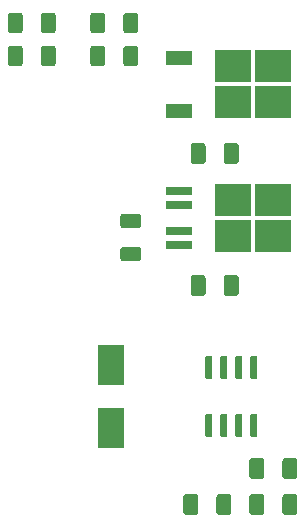
<source format=gbr>
G04 #@! TF.GenerationSoftware,KiCad,Pcbnew,5.1.5-1.fc30*
G04 #@! TF.CreationDate,2020-12-14T14:28:46-06:00*
G04 #@! TF.ProjectId,auxiliary_power,61757869-6c69-4617-9279-5f706f776572,rev?*
G04 #@! TF.SameCoordinates,Original*
G04 #@! TF.FileFunction,Paste,Bot*
G04 #@! TF.FilePolarity,Positive*
%FSLAX46Y46*%
G04 Gerber Fmt 4.6, Leading zero omitted, Abs format (unit mm)*
G04 Created by KiCad (PCBNEW 5.1.5-1.fc30) date 2020-12-14 14:28:46*
%MOMM*%
%LPD*%
G04 APERTURE LIST*
%ADD10R,3.050000X2.750000*%
%ADD11R,2.200000X0.800000*%
%ADD12C,0.100000*%
%ADD13R,2.200000X1.200000*%
%ADD14R,2.300000X3.500000*%
G04 APERTURE END LIST*
D10*
X111559000Y-89283000D03*
X114909000Y-92333000D03*
X111559000Y-92333000D03*
X114909000Y-89283000D03*
D11*
X106934000Y-88528000D03*
X106934000Y-89668000D03*
X106934000Y-91948000D03*
X106934000Y-93088000D03*
D12*
G36*
X103519504Y-90432204D02*
G01*
X103543773Y-90435804D01*
X103567571Y-90441765D01*
X103590671Y-90450030D01*
X103612849Y-90460520D01*
X103633893Y-90473133D01*
X103653598Y-90487747D01*
X103671777Y-90504223D01*
X103688253Y-90522402D01*
X103702867Y-90542107D01*
X103715480Y-90563151D01*
X103725970Y-90585329D01*
X103734235Y-90608429D01*
X103740196Y-90632227D01*
X103743796Y-90656496D01*
X103745000Y-90681000D01*
X103745000Y-91431000D01*
X103743796Y-91455504D01*
X103740196Y-91479773D01*
X103734235Y-91503571D01*
X103725970Y-91526671D01*
X103715480Y-91548849D01*
X103702867Y-91569893D01*
X103688253Y-91589598D01*
X103671777Y-91607777D01*
X103653598Y-91624253D01*
X103633893Y-91638867D01*
X103612849Y-91651480D01*
X103590671Y-91661970D01*
X103567571Y-91670235D01*
X103543773Y-91676196D01*
X103519504Y-91679796D01*
X103495000Y-91681000D01*
X102245000Y-91681000D01*
X102220496Y-91679796D01*
X102196227Y-91676196D01*
X102172429Y-91670235D01*
X102149329Y-91661970D01*
X102127151Y-91651480D01*
X102106107Y-91638867D01*
X102086402Y-91624253D01*
X102068223Y-91607777D01*
X102051747Y-91589598D01*
X102037133Y-91569893D01*
X102024520Y-91548849D01*
X102014030Y-91526671D01*
X102005765Y-91503571D01*
X101999804Y-91479773D01*
X101996204Y-91455504D01*
X101995000Y-91431000D01*
X101995000Y-90681000D01*
X101996204Y-90656496D01*
X101999804Y-90632227D01*
X102005765Y-90608429D01*
X102014030Y-90585329D01*
X102024520Y-90563151D01*
X102037133Y-90542107D01*
X102051747Y-90522402D01*
X102068223Y-90504223D01*
X102086402Y-90487747D01*
X102106107Y-90473133D01*
X102127151Y-90460520D01*
X102149329Y-90450030D01*
X102172429Y-90441765D01*
X102196227Y-90435804D01*
X102220496Y-90432204D01*
X102245000Y-90431000D01*
X103495000Y-90431000D01*
X103519504Y-90432204D01*
G37*
G36*
X103519504Y-93232204D02*
G01*
X103543773Y-93235804D01*
X103567571Y-93241765D01*
X103590671Y-93250030D01*
X103612849Y-93260520D01*
X103633893Y-93273133D01*
X103653598Y-93287747D01*
X103671777Y-93304223D01*
X103688253Y-93322402D01*
X103702867Y-93342107D01*
X103715480Y-93363151D01*
X103725970Y-93385329D01*
X103734235Y-93408429D01*
X103740196Y-93432227D01*
X103743796Y-93456496D01*
X103745000Y-93481000D01*
X103745000Y-94231000D01*
X103743796Y-94255504D01*
X103740196Y-94279773D01*
X103734235Y-94303571D01*
X103725970Y-94326671D01*
X103715480Y-94348849D01*
X103702867Y-94369893D01*
X103688253Y-94389598D01*
X103671777Y-94407777D01*
X103653598Y-94424253D01*
X103633893Y-94438867D01*
X103612849Y-94451480D01*
X103590671Y-94461970D01*
X103567571Y-94470235D01*
X103543773Y-94476196D01*
X103519504Y-94479796D01*
X103495000Y-94481000D01*
X102245000Y-94481000D01*
X102220496Y-94479796D01*
X102196227Y-94476196D01*
X102172429Y-94470235D01*
X102149329Y-94461970D01*
X102127151Y-94451480D01*
X102106107Y-94438867D01*
X102086402Y-94424253D01*
X102068223Y-94407777D01*
X102051747Y-94389598D01*
X102037133Y-94369893D01*
X102024520Y-94348849D01*
X102014030Y-94326671D01*
X102005765Y-94303571D01*
X101999804Y-94279773D01*
X101996204Y-94255504D01*
X101995000Y-94231000D01*
X101995000Y-93481000D01*
X101996204Y-93456496D01*
X101999804Y-93432227D01*
X102005765Y-93408429D01*
X102014030Y-93385329D01*
X102024520Y-93363151D01*
X102037133Y-93342107D01*
X102051747Y-93322402D01*
X102068223Y-93304223D01*
X102086402Y-93287747D01*
X102106107Y-93273133D01*
X102127151Y-93260520D01*
X102149329Y-93250030D01*
X102172429Y-93241765D01*
X102196227Y-93235804D01*
X102220496Y-93232204D01*
X102245000Y-93231000D01*
X103495000Y-93231000D01*
X103519504Y-93232204D01*
G37*
G36*
X109638703Y-107418722D02*
G01*
X109653264Y-107420882D01*
X109667543Y-107424459D01*
X109681403Y-107429418D01*
X109694710Y-107435712D01*
X109707336Y-107443280D01*
X109719159Y-107452048D01*
X109730066Y-107461934D01*
X109739952Y-107472841D01*
X109748720Y-107484664D01*
X109756288Y-107497290D01*
X109762582Y-107510597D01*
X109767541Y-107524457D01*
X109771118Y-107538736D01*
X109773278Y-107553297D01*
X109774000Y-107568000D01*
X109774000Y-109218000D01*
X109773278Y-109232703D01*
X109771118Y-109247264D01*
X109767541Y-109261543D01*
X109762582Y-109275403D01*
X109756288Y-109288710D01*
X109748720Y-109301336D01*
X109739952Y-109313159D01*
X109730066Y-109324066D01*
X109719159Y-109333952D01*
X109707336Y-109342720D01*
X109694710Y-109350288D01*
X109681403Y-109356582D01*
X109667543Y-109361541D01*
X109653264Y-109365118D01*
X109638703Y-109367278D01*
X109624000Y-109368000D01*
X109324000Y-109368000D01*
X109309297Y-109367278D01*
X109294736Y-109365118D01*
X109280457Y-109361541D01*
X109266597Y-109356582D01*
X109253290Y-109350288D01*
X109240664Y-109342720D01*
X109228841Y-109333952D01*
X109217934Y-109324066D01*
X109208048Y-109313159D01*
X109199280Y-109301336D01*
X109191712Y-109288710D01*
X109185418Y-109275403D01*
X109180459Y-109261543D01*
X109176882Y-109247264D01*
X109174722Y-109232703D01*
X109174000Y-109218000D01*
X109174000Y-107568000D01*
X109174722Y-107553297D01*
X109176882Y-107538736D01*
X109180459Y-107524457D01*
X109185418Y-107510597D01*
X109191712Y-107497290D01*
X109199280Y-107484664D01*
X109208048Y-107472841D01*
X109217934Y-107461934D01*
X109228841Y-107452048D01*
X109240664Y-107443280D01*
X109253290Y-107435712D01*
X109266597Y-107429418D01*
X109280457Y-107424459D01*
X109294736Y-107420882D01*
X109309297Y-107418722D01*
X109324000Y-107418000D01*
X109624000Y-107418000D01*
X109638703Y-107418722D01*
G37*
G36*
X110908703Y-107418722D02*
G01*
X110923264Y-107420882D01*
X110937543Y-107424459D01*
X110951403Y-107429418D01*
X110964710Y-107435712D01*
X110977336Y-107443280D01*
X110989159Y-107452048D01*
X111000066Y-107461934D01*
X111009952Y-107472841D01*
X111018720Y-107484664D01*
X111026288Y-107497290D01*
X111032582Y-107510597D01*
X111037541Y-107524457D01*
X111041118Y-107538736D01*
X111043278Y-107553297D01*
X111044000Y-107568000D01*
X111044000Y-109218000D01*
X111043278Y-109232703D01*
X111041118Y-109247264D01*
X111037541Y-109261543D01*
X111032582Y-109275403D01*
X111026288Y-109288710D01*
X111018720Y-109301336D01*
X111009952Y-109313159D01*
X111000066Y-109324066D01*
X110989159Y-109333952D01*
X110977336Y-109342720D01*
X110964710Y-109350288D01*
X110951403Y-109356582D01*
X110937543Y-109361541D01*
X110923264Y-109365118D01*
X110908703Y-109367278D01*
X110894000Y-109368000D01*
X110594000Y-109368000D01*
X110579297Y-109367278D01*
X110564736Y-109365118D01*
X110550457Y-109361541D01*
X110536597Y-109356582D01*
X110523290Y-109350288D01*
X110510664Y-109342720D01*
X110498841Y-109333952D01*
X110487934Y-109324066D01*
X110478048Y-109313159D01*
X110469280Y-109301336D01*
X110461712Y-109288710D01*
X110455418Y-109275403D01*
X110450459Y-109261543D01*
X110446882Y-109247264D01*
X110444722Y-109232703D01*
X110444000Y-109218000D01*
X110444000Y-107568000D01*
X110444722Y-107553297D01*
X110446882Y-107538736D01*
X110450459Y-107524457D01*
X110455418Y-107510597D01*
X110461712Y-107497290D01*
X110469280Y-107484664D01*
X110478048Y-107472841D01*
X110487934Y-107461934D01*
X110498841Y-107452048D01*
X110510664Y-107443280D01*
X110523290Y-107435712D01*
X110536597Y-107429418D01*
X110550457Y-107424459D01*
X110564736Y-107420882D01*
X110579297Y-107418722D01*
X110594000Y-107418000D01*
X110894000Y-107418000D01*
X110908703Y-107418722D01*
G37*
G36*
X112178703Y-107418722D02*
G01*
X112193264Y-107420882D01*
X112207543Y-107424459D01*
X112221403Y-107429418D01*
X112234710Y-107435712D01*
X112247336Y-107443280D01*
X112259159Y-107452048D01*
X112270066Y-107461934D01*
X112279952Y-107472841D01*
X112288720Y-107484664D01*
X112296288Y-107497290D01*
X112302582Y-107510597D01*
X112307541Y-107524457D01*
X112311118Y-107538736D01*
X112313278Y-107553297D01*
X112314000Y-107568000D01*
X112314000Y-109218000D01*
X112313278Y-109232703D01*
X112311118Y-109247264D01*
X112307541Y-109261543D01*
X112302582Y-109275403D01*
X112296288Y-109288710D01*
X112288720Y-109301336D01*
X112279952Y-109313159D01*
X112270066Y-109324066D01*
X112259159Y-109333952D01*
X112247336Y-109342720D01*
X112234710Y-109350288D01*
X112221403Y-109356582D01*
X112207543Y-109361541D01*
X112193264Y-109365118D01*
X112178703Y-109367278D01*
X112164000Y-109368000D01*
X111864000Y-109368000D01*
X111849297Y-109367278D01*
X111834736Y-109365118D01*
X111820457Y-109361541D01*
X111806597Y-109356582D01*
X111793290Y-109350288D01*
X111780664Y-109342720D01*
X111768841Y-109333952D01*
X111757934Y-109324066D01*
X111748048Y-109313159D01*
X111739280Y-109301336D01*
X111731712Y-109288710D01*
X111725418Y-109275403D01*
X111720459Y-109261543D01*
X111716882Y-109247264D01*
X111714722Y-109232703D01*
X111714000Y-109218000D01*
X111714000Y-107568000D01*
X111714722Y-107553297D01*
X111716882Y-107538736D01*
X111720459Y-107524457D01*
X111725418Y-107510597D01*
X111731712Y-107497290D01*
X111739280Y-107484664D01*
X111748048Y-107472841D01*
X111757934Y-107461934D01*
X111768841Y-107452048D01*
X111780664Y-107443280D01*
X111793290Y-107435712D01*
X111806597Y-107429418D01*
X111820457Y-107424459D01*
X111834736Y-107420882D01*
X111849297Y-107418722D01*
X111864000Y-107418000D01*
X112164000Y-107418000D01*
X112178703Y-107418722D01*
G37*
G36*
X113448703Y-107418722D02*
G01*
X113463264Y-107420882D01*
X113477543Y-107424459D01*
X113491403Y-107429418D01*
X113504710Y-107435712D01*
X113517336Y-107443280D01*
X113529159Y-107452048D01*
X113540066Y-107461934D01*
X113549952Y-107472841D01*
X113558720Y-107484664D01*
X113566288Y-107497290D01*
X113572582Y-107510597D01*
X113577541Y-107524457D01*
X113581118Y-107538736D01*
X113583278Y-107553297D01*
X113584000Y-107568000D01*
X113584000Y-109218000D01*
X113583278Y-109232703D01*
X113581118Y-109247264D01*
X113577541Y-109261543D01*
X113572582Y-109275403D01*
X113566288Y-109288710D01*
X113558720Y-109301336D01*
X113549952Y-109313159D01*
X113540066Y-109324066D01*
X113529159Y-109333952D01*
X113517336Y-109342720D01*
X113504710Y-109350288D01*
X113491403Y-109356582D01*
X113477543Y-109361541D01*
X113463264Y-109365118D01*
X113448703Y-109367278D01*
X113434000Y-109368000D01*
X113134000Y-109368000D01*
X113119297Y-109367278D01*
X113104736Y-109365118D01*
X113090457Y-109361541D01*
X113076597Y-109356582D01*
X113063290Y-109350288D01*
X113050664Y-109342720D01*
X113038841Y-109333952D01*
X113027934Y-109324066D01*
X113018048Y-109313159D01*
X113009280Y-109301336D01*
X113001712Y-109288710D01*
X112995418Y-109275403D01*
X112990459Y-109261543D01*
X112986882Y-109247264D01*
X112984722Y-109232703D01*
X112984000Y-109218000D01*
X112984000Y-107568000D01*
X112984722Y-107553297D01*
X112986882Y-107538736D01*
X112990459Y-107524457D01*
X112995418Y-107510597D01*
X113001712Y-107497290D01*
X113009280Y-107484664D01*
X113018048Y-107472841D01*
X113027934Y-107461934D01*
X113038841Y-107452048D01*
X113050664Y-107443280D01*
X113063290Y-107435712D01*
X113076597Y-107429418D01*
X113090457Y-107424459D01*
X113104736Y-107420882D01*
X113119297Y-107418722D01*
X113134000Y-107418000D01*
X113434000Y-107418000D01*
X113448703Y-107418722D01*
G37*
G36*
X113448703Y-102468722D02*
G01*
X113463264Y-102470882D01*
X113477543Y-102474459D01*
X113491403Y-102479418D01*
X113504710Y-102485712D01*
X113517336Y-102493280D01*
X113529159Y-102502048D01*
X113540066Y-102511934D01*
X113549952Y-102522841D01*
X113558720Y-102534664D01*
X113566288Y-102547290D01*
X113572582Y-102560597D01*
X113577541Y-102574457D01*
X113581118Y-102588736D01*
X113583278Y-102603297D01*
X113584000Y-102618000D01*
X113584000Y-104268000D01*
X113583278Y-104282703D01*
X113581118Y-104297264D01*
X113577541Y-104311543D01*
X113572582Y-104325403D01*
X113566288Y-104338710D01*
X113558720Y-104351336D01*
X113549952Y-104363159D01*
X113540066Y-104374066D01*
X113529159Y-104383952D01*
X113517336Y-104392720D01*
X113504710Y-104400288D01*
X113491403Y-104406582D01*
X113477543Y-104411541D01*
X113463264Y-104415118D01*
X113448703Y-104417278D01*
X113434000Y-104418000D01*
X113134000Y-104418000D01*
X113119297Y-104417278D01*
X113104736Y-104415118D01*
X113090457Y-104411541D01*
X113076597Y-104406582D01*
X113063290Y-104400288D01*
X113050664Y-104392720D01*
X113038841Y-104383952D01*
X113027934Y-104374066D01*
X113018048Y-104363159D01*
X113009280Y-104351336D01*
X113001712Y-104338710D01*
X112995418Y-104325403D01*
X112990459Y-104311543D01*
X112986882Y-104297264D01*
X112984722Y-104282703D01*
X112984000Y-104268000D01*
X112984000Y-102618000D01*
X112984722Y-102603297D01*
X112986882Y-102588736D01*
X112990459Y-102574457D01*
X112995418Y-102560597D01*
X113001712Y-102547290D01*
X113009280Y-102534664D01*
X113018048Y-102522841D01*
X113027934Y-102511934D01*
X113038841Y-102502048D01*
X113050664Y-102493280D01*
X113063290Y-102485712D01*
X113076597Y-102479418D01*
X113090457Y-102474459D01*
X113104736Y-102470882D01*
X113119297Y-102468722D01*
X113134000Y-102468000D01*
X113434000Y-102468000D01*
X113448703Y-102468722D01*
G37*
G36*
X112178703Y-102468722D02*
G01*
X112193264Y-102470882D01*
X112207543Y-102474459D01*
X112221403Y-102479418D01*
X112234710Y-102485712D01*
X112247336Y-102493280D01*
X112259159Y-102502048D01*
X112270066Y-102511934D01*
X112279952Y-102522841D01*
X112288720Y-102534664D01*
X112296288Y-102547290D01*
X112302582Y-102560597D01*
X112307541Y-102574457D01*
X112311118Y-102588736D01*
X112313278Y-102603297D01*
X112314000Y-102618000D01*
X112314000Y-104268000D01*
X112313278Y-104282703D01*
X112311118Y-104297264D01*
X112307541Y-104311543D01*
X112302582Y-104325403D01*
X112296288Y-104338710D01*
X112288720Y-104351336D01*
X112279952Y-104363159D01*
X112270066Y-104374066D01*
X112259159Y-104383952D01*
X112247336Y-104392720D01*
X112234710Y-104400288D01*
X112221403Y-104406582D01*
X112207543Y-104411541D01*
X112193264Y-104415118D01*
X112178703Y-104417278D01*
X112164000Y-104418000D01*
X111864000Y-104418000D01*
X111849297Y-104417278D01*
X111834736Y-104415118D01*
X111820457Y-104411541D01*
X111806597Y-104406582D01*
X111793290Y-104400288D01*
X111780664Y-104392720D01*
X111768841Y-104383952D01*
X111757934Y-104374066D01*
X111748048Y-104363159D01*
X111739280Y-104351336D01*
X111731712Y-104338710D01*
X111725418Y-104325403D01*
X111720459Y-104311543D01*
X111716882Y-104297264D01*
X111714722Y-104282703D01*
X111714000Y-104268000D01*
X111714000Y-102618000D01*
X111714722Y-102603297D01*
X111716882Y-102588736D01*
X111720459Y-102574457D01*
X111725418Y-102560597D01*
X111731712Y-102547290D01*
X111739280Y-102534664D01*
X111748048Y-102522841D01*
X111757934Y-102511934D01*
X111768841Y-102502048D01*
X111780664Y-102493280D01*
X111793290Y-102485712D01*
X111806597Y-102479418D01*
X111820457Y-102474459D01*
X111834736Y-102470882D01*
X111849297Y-102468722D01*
X111864000Y-102468000D01*
X112164000Y-102468000D01*
X112178703Y-102468722D01*
G37*
G36*
X110908703Y-102468722D02*
G01*
X110923264Y-102470882D01*
X110937543Y-102474459D01*
X110951403Y-102479418D01*
X110964710Y-102485712D01*
X110977336Y-102493280D01*
X110989159Y-102502048D01*
X111000066Y-102511934D01*
X111009952Y-102522841D01*
X111018720Y-102534664D01*
X111026288Y-102547290D01*
X111032582Y-102560597D01*
X111037541Y-102574457D01*
X111041118Y-102588736D01*
X111043278Y-102603297D01*
X111044000Y-102618000D01*
X111044000Y-104268000D01*
X111043278Y-104282703D01*
X111041118Y-104297264D01*
X111037541Y-104311543D01*
X111032582Y-104325403D01*
X111026288Y-104338710D01*
X111018720Y-104351336D01*
X111009952Y-104363159D01*
X111000066Y-104374066D01*
X110989159Y-104383952D01*
X110977336Y-104392720D01*
X110964710Y-104400288D01*
X110951403Y-104406582D01*
X110937543Y-104411541D01*
X110923264Y-104415118D01*
X110908703Y-104417278D01*
X110894000Y-104418000D01*
X110594000Y-104418000D01*
X110579297Y-104417278D01*
X110564736Y-104415118D01*
X110550457Y-104411541D01*
X110536597Y-104406582D01*
X110523290Y-104400288D01*
X110510664Y-104392720D01*
X110498841Y-104383952D01*
X110487934Y-104374066D01*
X110478048Y-104363159D01*
X110469280Y-104351336D01*
X110461712Y-104338710D01*
X110455418Y-104325403D01*
X110450459Y-104311543D01*
X110446882Y-104297264D01*
X110444722Y-104282703D01*
X110444000Y-104268000D01*
X110444000Y-102618000D01*
X110444722Y-102603297D01*
X110446882Y-102588736D01*
X110450459Y-102574457D01*
X110455418Y-102560597D01*
X110461712Y-102547290D01*
X110469280Y-102534664D01*
X110478048Y-102522841D01*
X110487934Y-102511934D01*
X110498841Y-102502048D01*
X110510664Y-102493280D01*
X110523290Y-102485712D01*
X110536597Y-102479418D01*
X110550457Y-102474459D01*
X110564736Y-102470882D01*
X110579297Y-102468722D01*
X110594000Y-102468000D01*
X110894000Y-102468000D01*
X110908703Y-102468722D01*
G37*
G36*
X109638703Y-102468722D02*
G01*
X109653264Y-102470882D01*
X109667543Y-102474459D01*
X109681403Y-102479418D01*
X109694710Y-102485712D01*
X109707336Y-102493280D01*
X109719159Y-102502048D01*
X109730066Y-102511934D01*
X109739952Y-102522841D01*
X109748720Y-102534664D01*
X109756288Y-102547290D01*
X109762582Y-102560597D01*
X109767541Y-102574457D01*
X109771118Y-102588736D01*
X109773278Y-102603297D01*
X109774000Y-102618000D01*
X109774000Y-104268000D01*
X109773278Y-104282703D01*
X109771118Y-104297264D01*
X109767541Y-104311543D01*
X109762582Y-104325403D01*
X109756288Y-104338710D01*
X109748720Y-104351336D01*
X109739952Y-104363159D01*
X109730066Y-104374066D01*
X109719159Y-104383952D01*
X109707336Y-104392720D01*
X109694710Y-104400288D01*
X109681403Y-104406582D01*
X109667543Y-104411541D01*
X109653264Y-104415118D01*
X109638703Y-104417278D01*
X109624000Y-104418000D01*
X109324000Y-104418000D01*
X109309297Y-104417278D01*
X109294736Y-104415118D01*
X109280457Y-104411541D01*
X109266597Y-104406582D01*
X109253290Y-104400288D01*
X109240664Y-104392720D01*
X109228841Y-104383952D01*
X109217934Y-104374066D01*
X109208048Y-104363159D01*
X109199280Y-104351336D01*
X109191712Y-104338710D01*
X109185418Y-104325403D01*
X109180459Y-104311543D01*
X109176882Y-104297264D01*
X109174722Y-104282703D01*
X109174000Y-104268000D01*
X109174000Y-102618000D01*
X109174722Y-102603297D01*
X109176882Y-102588736D01*
X109180459Y-102574457D01*
X109185418Y-102560597D01*
X109191712Y-102547290D01*
X109199280Y-102534664D01*
X109208048Y-102522841D01*
X109217934Y-102511934D01*
X109228841Y-102502048D01*
X109240664Y-102493280D01*
X109253290Y-102485712D01*
X109266597Y-102479418D01*
X109280457Y-102474459D01*
X109294736Y-102470882D01*
X109309297Y-102468722D01*
X109324000Y-102468000D01*
X109624000Y-102468000D01*
X109638703Y-102468722D01*
G37*
D10*
X111550000Y-77977000D03*
X114900000Y-81027000D03*
X111550000Y-81027000D03*
X114900000Y-77977000D03*
D13*
X106925000Y-77222000D03*
X106925000Y-81782000D03*
D12*
G36*
X113934504Y-111140204D02*
G01*
X113958773Y-111143804D01*
X113982571Y-111149765D01*
X114005671Y-111158030D01*
X114027849Y-111168520D01*
X114048893Y-111181133D01*
X114068598Y-111195747D01*
X114086777Y-111212223D01*
X114103253Y-111230402D01*
X114117867Y-111250107D01*
X114130480Y-111271151D01*
X114140970Y-111293329D01*
X114149235Y-111316429D01*
X114155196Y-111340227D01*
X114158796Y-111364496D01*
X114160000Y-111389000D01*
X114160000Y-112639000D01*
X114158796Y-112663504D01*
X114155196Y-112687773D01*
X114149235Y-112711571D01*
X114140970Y-112734671D01*
X114130480Y-112756849D01*
X114117867Y-112777893D01*
X114103253Y-112797598D01*
X114086777Y-112815777D01*
X114068598Y-112832253D01*
X114048893Y-112846867D01*
X114027849Y-112859480D01*
X114005671Y-112869970D01*
X113982571Y-112878235D01*
X113958773Y-112884196D01*
X113934504Y-112887796D01*
X113910000Y-112889000D01*
X113160000Y-112889000D01*
X113135496Y-112887796D01*
X113111227Y-112884196D01*
X113087429Y-112878235D01*
X113064329Y-112869970D01*
X113042151Y-112859480D01*
X113021107Y-112846867D01*
X113001402Y-112832253D01*
X112983223Y-112815777D01*
X112966747Y-112797598D01*
X112952133Y-112777893D01*
X112939520Y-112756849D01*
X112929030Y-112734671D01*
X112920765Y-112711571D01*
X112914804Y-112687773D01*
X112911204Y-112663504D01*
X112910000Y-112639000D01*
X112910000Y-111389000D01*
X112911204Y-111364496D01*
X112914804Y-111340227D01*
X112920765Y-111316429D01*
X112929030Y-111293329D01*
X112939520Y-111271151D01*
X112952133Y-111250107D01*
X112966747Y-111230402D01*
X112983223Y-111212223D01*
X113001402Y-111195747D01*
X113021107Y-111181133D01*
X113042151Y-111168520D01*
X113064329Y-111158030D01*
X113087429Y-111149765D01*
X113111227Y-111143804D01*
X113135496Y-111140204D01*
X113160000Y-111139000D01*
X113910000Y-111139000D01*
X113934504Y-111140204D01*
G37*
G36*
X116734504Y-111140204D02*
G01*
X116758773Y-111143804D01*
X116782571Y-111149765D01*
X116805671Y-111158030D01*
X116827849Y-111168520D01*
X116848893Y-111181133D01*
X116868598Y-111195747D01*
X116886777Y-111212223D01*
X116903253Y-111230402D01*
X116917867Y-111250107D01*
X116930480Y-111271151D01*
X116940970Y-111293329D01*
X116949235Y-111316429D01*
X116955196Y-111340227D01*
X116958796Y-111364496D01*
X116960000Y-111389000D01*
X116960000Y-112639000D01*
X116958796Y-112663504D01*
X116955196Y-112687773D01*
X116949235Y-112711571D01*
X116940970Y-112734671D01*
X116930480Y-112756849D01*
X116917867Y-112777893D01*
X116903253Y-112797598D01*
X116886777Y-112815777D01*
X116868598Y-112832253D01*
X116848893Y-112846867D01*
X116827849Y-112859480D01*
X116805671Y-112869970D01*
X116782571Y-112878235D01*
X116758773Y-112884196D01*
X116734504Y-112887796D01*
X116710000Y-112889000D01*
X115960000Y-112889000D01*
X115935496Y-112887796D01*
X115911227Y-112884196D01*
X115887429Y-112878235D01*
X115864329Y-112869970D01*
X115842151Y-112859480D01*
X115821107Y-112846867D01*
X115801402Y-112832253D01*
X115783223Y-112815777D01*
X115766747Y-112797598D01*
X115752133Y-112777893D01*
X115739520Y-112756849D01*
X115729030Y-112734671D01*
X115720765Y-112711571D01*
X115714804Y-112687773D01*
X115711204Y-112663504D01*
X115710000Y-112639000D01*
X115710000Y-111389000D01*
X115711204Y-111364496D01*
X115714804Y-111340227D01*
X115720765Y-111316429D01*
X115729030Y-111293329D01*
X115739520Y-111271151D01*
X115752133Y-111250107D01*
X115766747Y-111230402D01*
X115783223Y-111212223D01*
X115801402Y-111195747D01*
X115821107Y-111181133D01*
X115842151Y-111168520D01*
X115864329Y-111158030D01*
X115887429Y-111149765D01*
X115911227Y-111143804D01*
X115935496Y-111140204D01*
X115960000Y-111139000D01*
X116710000Y-111139000D01*
X116734504Y-111140204D01*
G37*
G36*
X116734504Y-114188204D02*
G01*
X116758773Y-114191804D01*
X116782571Y-114197765D01*
X116805671Y-114206030D01*
X116827849Y-114216520D01*
X116848893Y-114229133D01*
X116868598Y-114243747D01*
X116886777Y-114260223D01*
X116903253Y-114278402D01*
X116917867Y-114298107D01*
X116930480Y-114319151D01*
X116940970Y-114341329D01*
X116949235Y-114364429D01*
X116955196Y-114388227D01*
X116958796Y-114412496D01*
X116960000Y-114437000D01*
X116960000Y-115687000D01*
X116958796Y-115711504D01*
X116955196Y-115735773D01*
X116949235Y-115759571D01*
X116940970Y-115782671D01*
X116930480Y-115804849D01*
X116917867Y-115825893D01*
X116903253Y-115845598D01*
X116886777Y-115863777D01*
X116868598Y-115880253D01*
X116848893Y-115894867D01*
X116827849Y-115907480D01*
X116805671Y-115917970D01*
X116782571Y-115926235D01*
X116758773Y-115932196D01*
X116734504Y-115935796D01*
X116710000Y-115937000D01*
X115960000Y-115937000D01*
X115935496Y-115935796D01*
X115911227Y-115932196D01*
X115887429Y-115926235D01*
X115864329Y-115917970D01*
X115842151Y-115907480D01*
X115821107Y-115894867D01*
X115801402Y-115880253D01*
X115783223Y-115863777D01*
X115766747Y-115845598D01*
X115752133Y-115825893D01*
X115739520Y-115804849D01*
X115729030Y-115782671D01*
X115720765Y-115759571D01*
X115714804Y-115735773D01*
X115711204Y-115711504D01*
X115710000Y-115687000D01*
X115710000Y-114437000D01*
X115711204Y-114412496D01*
X115714804Y-114388227D01*
X115720765Y-114364429D01*
X115729030Y-114341329D01*
X115739520Y-114319151D01*
X115752133Y-114298107D01*
X115766747Y-114278402D01*
X115783223Y-114260223D01*
X115801402Y-114243747D01*
X115821107Y-114229133D01*
X115842151Y-114216520D01*
X115864329Y-114206030D01*
X115887429Y-114197765D01*
X115911227Y-114191804D01*
X115935496Y-114188204D01*
X115960000Y-114187000D01*
X116710000Y-114187000D01*
X116734504Y-114188204D01*
G37*
G36*
X113934504Y-114188204D02*
G01*
X113958773Y-114191804D01*
X113982571Y-114197765D01*
X114005671Y-114206030D01*
X114027849Y-114216520D01*
X114048893Y-114229133D01*
X114068598Y-114243747D01*
X114086777Y-114260223D01*
X114103253Y-114278402D01*
X114117867Y-114298107D01*
X114130480Y-114319151D01*
X114140970Y-114341329D01*
X114149235Y-114364429D01*
X114155196Y-114388227D01*
X114158796Y-114412496D01*
X114160000Y-114437000D01*
X114160000Y-115687000D01*
X114158796Y-115711504D01*
X114155196Y-115735773D01*
X114149235Y-115759571D01*
X114140970Y-115782671D01*
X114130480Y-115804849D01*
X114117867Y-115825893D01*
X114103253Y-115845598D01*
X114086777Y-115863777D01*
X114068598Y-115880253D01*
X114048893Y-115894867D01*
X114027849Y-115907480D01*
X114005671Y-115917970D01*
X113982571Y-115926235D01*
X113958773Y-115932196D01*
X113934504Y-115935796D01*
X113910000Y-115937000D01*
X113160000Y-115937000D01*
X113135496Y-115935796D01*
X113111227Y-115932196D01*
X113087429Y-115926235D01*
X113064329Y-115917970D01*
X113042151Y-115907480D01*
X113021107Y-115894867D01*
X113001402Y-115880253D01*
X112983223Y-115863777D01*
X112966747Y-115845598D01*
X112952133Y-115825893D01*
X112939520Y-115804849D01*
X112929030Y-115782671D01*
X112920765Y-115759571D01*
X112914804Y-115735773D01*
X112911204Y-115711504D01*
X112910000Y-115687000D01*
X112910000Y-114437000D01*
X112911204Y-114412496D01*
X112914804Y-114388227D01*
X112920765Y-114364429D01*
X112929030Y-114341329D01*
X112939520Y-114319151D01*
X112952133Y-114298107D01*
X112966747Y-114278402D01*
X112983223Y-114260223D01*
X113001402Y-114243747D01*
X113021107Y-114229133D01*
X113042151Y-114216520D01*
X113064329Y-114206030D01*
X113087429Y-114197765D01*
X113111227Y-114191804D01*
X113135496Y-114188204D01*
X113160000Y-114187000D01*
X113910000Y-114187000D01*
X113934504Y-114188204D01*
G37*
D14*
X101219000Y-103218000D03*
X101219000Y-108618000D03*
D12*
G36*
X111146504Y-114188204D02*
G01*
X111170773Y-114191804D01*
X111194571Y-114197765D01*
X111217671Y-114206030D01*
X111239849Y-114216520D01*
X111260893Y-114229133D01*
X111280598Y-114243747D01*
X111298777Y-114260223D01*
X111315253Y-114278402D01*
X111329867Y-114298107D01*
X111342480Y-114319151D01*
X111352970Y-114341329D01*
X111361235Y-114364429D01*
X111367196Y-114388227D01*
X111370796Y-114412496D01*
X111372000Y-114437000D01*
X111372000Y-115687000D01*
X111370796Y-115711504D01*
X111367196Y-115735773D01*
X111361235Y-115759571D01*
X111352970Y-115782671D01*
X111342480Y-115804849D01*
X111329867Y-115825893D01*
X111315253Y-115845598D01*
X111298777Y-115863777D01*
X111280598Y-115880253D01*
X111260893Y-115894867D01*
X111239849Y-115907480D01*
X111217671Y-115917970D01*
X111194571Y-115926235D01*
X111170773Y-115932196D01*
X111146504Y-115935796D01*
X111122000Y-115937000D01*
X110372000Y-115937000D01*
X110347496Y-115935796D01*
X110323227Y-115932196D01*
X110299429Y-115926235D01*
X110276329Y-115917970D01*
X110254151Y-115907480D01*
X110233107Y-115894867D01*
X110213402Y-115880253D01*
X110195223Y-115863777D01*
X110178747Y-115845598D01*
X110164133Y-115825893D01*
X110151520Y-115804849D01*
X110141030Y-115782671D01*
X110132765Y-115759571D01*
X110126804Y-115735773D01*
X110123204Y-115711504D01*
X110122000Y-115687000D01*
X110122000Y-114437000D01*
X110123204Y-114412496D01*
X110126804Y-114388227D01*
X110132765Y-114364429D01*
X110141030Y-114341329D01*
X110151520Y-114319151D01*
X110164133Y-114298107D01*
X110178747Y-114278402D01*
X110195223Y-114260223D01*
X110213402Y-114243747D01*
X110233107Y-114229133D01*
X110254151Y-114216520D01*
X110276329Y-114206030D01*
X110299429Y-114197765D01*
X110323227Y-114191804D01*
X110347496Y-114188204D01*
X110372000Y-114187000D01*
X111122000Y-114187000D01*
X111146504Y-114188204D01*
G37*
G36*
X108346504Y-114188204D02*
G01*
X108370773Y-114191804D01*
X108394571Y-114197765D01*
X108417671Y-114206030D01*
X108439849Y-114216520D01*
X108460893Y-114229133D01*
X108480598Y-114243747D01*
X108498777Y-114260223D01*
X108515253Y-114278402D01*
X108529867Y-114298107D01*
X108542480Y-114319151D01*
X108552970Y-114341329D01*
X108561235Y-114364429D01*
X108567196Y-114388227D01*
X108570796Y-114412496D01*
X108572000Y-114437000D01*
X108572000Y-115687000D01*
X108570796Y-115711504D01*
X108567196Y-115735773D01*
X108561235Y-115759571D01*
X108552970Y-115782671D01*
X108542480Y-115804849D01*
X108529867Y-115825893D01*
X108515253Y-115845598D01*
X108498777Y-115863777D01*
X108480598Y-115880253D01*
X108460893Y-115894867D01*
X108439849Y-115907480D01*
X108417671Y-115917970D01*
X108394571Y-115926235D01*
X108370773Y-115932196D01*
X108346504Y-115935796D01*
X108322000Y-115937000D01*
X107572000Y-115937000D01*
X107547496Y-115935796D01*
X107523227Y-115932196D01*
X107499429Y-115926235D01*
X107476329Y-115917970D01*
X107454151Y-115907480D01*
X107433107Y-115894867D01*
X107413402Y-115880253D01*
X107395223Y-115863777D01*
X107378747Y-115845598D01*
X107364133Y-115825893D01*
X107351520Y-115804849D01*
X107341030Y-115782671D01*
X107332765Y-115759571D01*
X107326804Y-115735773D01*
X107323204Y-115711504D01*
X107322000Y-115687000D01*
X107322000Y-114437000D01*
X107323204Y-114412496D01*
X107326804Y-114388227D01*
X107332765Y-114364429D01*
X107341030Y-114341329D01*
X107351520Y-114319151D01*
X107364133Y-114298107D01*
X107378747Y-114278402D01*
X107395223Y-114260223D01*
X107413402Y-114243747D01*
X107433107Y-114229133D01*
X107454151Y-114216520D01*
X107476329Y-114206030D01*
X107499429Y-114197765D01*
X107523227Y-114191804D01*
X107547496Y-114188204D01*
X107572000Y-114187000D01*
X108322000Y-114187000D01*
X108346504Y-114188204D01*
G37*
G36*
X111781504Y-84470204D02*
G01*
X111805773Y-84473804D01*
X111829571Y-84479765D01*
X111852671Y-84488030D01*
X111874849Y-84498520D01*
X111895893Y-84511133D01*
X111915598Y-84525747D01*
X111933777Y-84542223D01*
X111950253Y-84560402D01*
X111964867Y-84580107D01*
X111977480Y-84601151D01*
X111987970Y-84623329D01*
X111996235Y-84646429D01*
X112002196Y-84670227D01*
X112005796Y-84694496D01*
X112007000Y-84719000D01*
X112007000Y-85969000D01*
X112005796Y-85993504D01*
X112002196Y-86017773D01*
X111996235Y-86041571D01*
X111987970Y-86064671D01*
X111977480Y-86086849D01*
X111964867Y-86107893D01*
X111950253Y-86127598D01*
X111933777Y-86145777D01*
X111915598Y-86162253D01*
X111895893Y-86176867D01*
X111874849Y-86189480D01*
X111852671Y-86199970D01*
X111829571Y-86208235D01*
X111805773Y-86214196D01*
X111781504Y-86217796D01*
X111757000Y-86219000D01*
X111007000Y-86219000D01*
X110982496Y-86217796D01*
X110958227Y-86214196D01*
X110934429Y-86208235D01*
X110911329Y-86199970D01*
X110889151Y-86189480D01*
X110868107Y-86176867D01*
X110848402Y-86162253D01*
X110830223Y-86145777D01*
X110813747Y-86127598D01*
X110799133Y-86107893D01*
X110786520Y-86086849D01*
X110776030Y-86064671D01*
X110767765Y-86041571D01*
X110761804Y-86017773D01*
X110758204Y-85993504D01*
X110757000Y-85969000D01*
X110757000Y-84719000D01*
X110758204Y-84694496D01*
X110761804Y-84670227D01*
X110767765Y-84646429D01*
X110776030Y-84623329D01*
X110786520Y-84601151D01*
X110799133Y-84580107D01*
X110813747Y-84560402D01*
X110830223Y-84542223D01*
X110848402Y-84525747D01*
X110868107Y-84511133D01*
X110889151Y-84498520D01*
X110911329Y-84488030D01*
X110934429Y-84479765D01*
X110958227Y-84473804D01*
X110982496Y-84470204D01*
X111007000Y-84469000D01*
X111757000Y-84469000D01*
X111781504Y-84470204D01*
G37*
G36*
X108981504Y-84470204D02*
G01*
X109005773Y-84473804D01*
X109029571Y-84479765D01*
X109052671Y-84488030D01*
X109074849Y-84498520D01*
X109095893Y-84511133D01*
X109115598Y-84525747D01*
X109133777Y-84542223D01*
X109150253Y-84560402D01*
X109164867Y-84580107D01*
X109177480Y-84601151D01*
X109187970Y-84623329D01*
X109196235Y-84646429D01*
X109202196Y-84670227D01*
X109205796Y-84694496D01*
X109207000Y-84719000D01*
X109207000Y-85969000D01*
X109205796Y-85993504D01*
X109202196Y-86017773D01*
X109196235Y-86041571D01*
X109187970Y-86064671D01*
X109177480Y-86086849D01*
X109164867Y-86107893D01*
X109150253Y-86127598D01*
X109133777Y-86145777D01*
X109115598Y-86162253D01*
X109095893Y-86176867D01*
X109074849Y-86189480D01*
X109052671Y-86199970D01*
X109029571Y-86208235D01*
X109005773Y-86214196D01*
X108981504Y-86217796D01*
X108957000Y-86219000D01*
X108207000Y-86219000D01*
X108182496Y-86217796D01*
X108158227Y-86214196D01*
X108134429Y-86208235D01*
X108111329Y-86199970D01*
X108089151Y-86189480D01*
X108068107Y-86176867D01*
X108048402Y-86162253D01*
X108030223Y-86145777D01*
X108013747Y-86127598D01*
X107999133Y-86107893D01*
X107986520Y-86086849D01*
X107976030Y-86064671D01*
X107967765Y-86041571D01*
X107961804Y-86017773D01*
X107958204Y-85993504D01*
X107957000Y-85969000D01*
X107957000Y-84719000D01*
X107958204Y-84694496D01*
X107961804Y-84670227D01*
X107967765Y-84646429D01*
X107976030Y-84623329D01*
X107986520Y-84601151D01*
X107999133Y-84580107D01*
X108013747Y-84560402D01*
X108030223Y-84542223D01*
X108048402Y-84525747D01*
X108068107Y-84511133D01*
X108089151Y-84498520D01*
X108111329Y-84488030D01*
X108134429Y-84479765D01*
X108158227Y-84473804D01*
X108182496Y-84470204D01*
X108207000Y-84469000D01*
X108957000Y-84469000D01*
X108981504Y-84470204D01*
G37*
G36*
X111781504Y-95646204D02*
G01*
X111805773Y-95649804D01*
X111829571Y-95655765D01*
X111852671Y-95664030D01*
X111874849Y-95674520D01*
X111895893Y-95687133D01*
X111915598Y-95701747D01*
X111933777Y-95718223D01*
X111950253Y-95736402D01*
X111964867Y-95756107D01*
X111977480Y-95777151D01*
X111987970Y-95799329D01*
X111996235Y-95822429D01*
X112002196Y-95846227D01*
X112005796Y-95870496D01*
X112007000Y-95895000D01*
X112007000Y-97145000D01*
X112005796Y-97169504D01*
X112002196Y-97193773D01*
X111996235Y-97217571D01*
X111987970Y-97240671D01*
X111977480Y-97262849D01*
X111964867Y-97283893D01*
X111950253Y-97303598D01*
X111933777Y-97321777D01*
X111915598Y-97338253D01*
X111895893Y-97352867D01*
X111874849Y-97365480D01*
X111852671Y-97375970D01*
X111829571Y-97384235D01*
X111805773Y-97390196D01*
X111781504Y-97393796D01*
X111757000Y-97395000D01*
X111007000Y-97395000D01*
X110982496Y-97393796D01*
X110958227Y-97390196D01*
X110934429Y-97384235D01*
X110911329Y-97375970D01*
X110889151Y-97365480D01*
X110868107Y-97352867D01*
X110848402Y-97338253D01*
X110830223Y-97321777D01*
X110813747Y-97303598D01*
X110799133Y-97283893D01*
X110786520Y-97262849D01*
X110776030Y-97240671D01*
X110767765Y-97217571D01*
X110761804Y-97193773D01*
X110758204Y-97169504D01*
X110757000Y-97145000D01*
X110757000Y-95895000D01*
X110758204Y-95870496D01*
X110761804Y-95846227D01*
X110767765Y-95822429D01*
X110776030Y-95799329D01*
X110786520Y-95777151D01*
X110799133Y-95756107D01*
X110813747Y-95736402D01*
X110830223Y-95718223D01*
X110848402Y-95701747D01*
X110868107Y-95687133D01*
X110889151Y-95674520D01*
X110911329Y-95664030D01*
X110934429Y-95655765D01*
X110958227Y-95649804D01*
X110982496Y-95646204D01*
X111007000Y-95645000D01*
X111757000Y-95645000D01*
X111781504Y-95646204D01*
G37*
G36*
X108981504Y-95646204D02*
G01*
X109005773Y-95649804D01*
X109029571Y-95655765D01*
X109052671Y-95664030D01*
X109074849Y-95674520D01*
X109095893Y-95687133D01*
X109115598Y-95701747D01*
X109133777Y-95718223D01*
X109150253Y-95736402D01*
X109164867Y-95756107D01*
X109177480Y-95777151D01*
X109187970Y-95799329D01*
X109196235Y-95822429D01*
X109202196Y-95846227D01*
X109205796Y-95870496D01*
X109207000Y-95895000D01*
X109207000Y-97145000D01*
X109205796Y-97169504D01*
X109202196Y-97193773D01*
X109196235Y-97217571D01*
X109187970Y-97240671D01*
X109177480Y-97262849D01*
X109164867Y-97283893D01*
X109150253Y-97303598D01*
X109133777Y-97321777D01*
X109115598Y-97338253D01*
X109095893Y-97352867D01*
X109074849Y-97365480D01*
X109052671Y-97375970D01*
X109029571Y-97384235D01*
X109005773Y-97390196D01*
X108981504Y-97393796D01*
X108957000Y-97395000D01*
X108207000Y-97395000D01*
X108182496Y-97393796D01*
X108158227Y-97390196D01*
X108134429Y-97384235D01*
X108111329Y-97375970D01*
X108089151Y-97365480D01*
X108068107Y-97352867D01*
X108048402Y-97338253D01*
X108030223Y-97321777D01*
X108013747Y-97303598D01*
X107999133Y-97283893D01*
X107986520Y-97262849D01*
X107976030Y-97240671D01*
X107967765Y-97217571D01*
X107961804Y-97193773D01*
X107958204Y-97169504D01*
X107957000Y-97145000D01*
X107957000Y-95895000D01*
X107958204Y-95870496D01*
X107961804Y-95846227D01*
X107967765Y-95822429D01*
X107976030Y-95799329D01*
X107986520Y-95777151D01*
X107999133Y-95756107D01*
X108013747Y-95736402D01*
X108030223Y-95718223D01*
X108048402Y-95701747D01*
X108068107Y-95687133D01*
X108089151Y-95674520D01*
X108111329Y-95664030D01*
X108134429Y-95655765D01*
X108158227Y-95649804D01*
X108182496Y-95646204D01*
X108207000Y-95645000D01*
X108957000Y-95645000D01*
X108981504Y-95646204D01*
G37*
G36*
X96287504Y-73421204D02*
G01*
X96311773Y-73424804D01*
X96335571Y-73430765D01*
X96358671Y-73439030D01*
X96380849Y-73449520D01*
X96401893Y-73462133D01*
X96421598Y-73476747D01*
X96439777Y-73493223D01*
X96456253Y-73511402D01*
X96470867Y-73531107D01*
X96483480Y-73552151D01*
X96493970Y-73574329D01*
X96502235Y-73597429D01*
X96508196Y-73621227D01*
X96511796Y-73645496D01*
X96513000Y-73670000D01*
X96513000Y-74920000D01*
X96511796Y-74944504D01*
X96508196Y-74968773D01*
X96502235Y-74992571D01*
X96493970Y-75015671D01*
X96483480Y-75037849D01*
X96470867Y-75058893D01*
X96456253Y-75078598D01*
X96439777Y-75096777D01*
X96421598Y-75113253D01*
X96401893Y-75127867D01*
X96380849Y-75140480D01*
X96358671Y-75150970D01*
X96335571Y-75159235D01*
X96311773Y-75165196D01*
X96287504Y-75168796D01*
X96263000Y-75170000D01*
X95513000Y-75170000D01*
X95488496Y-75168796D01*
X95464227Y-75165196D01*
X95440429Y-75159235D01*
X95417329Y-75150970D01*
X95395151Y-75140480D01*
X95374107Y-75127867D01*
X95354402Y-75113253D01*
X95336223Y-75096777D01*
X95319747Y-75078598D01*
X95305133Y-75058893D01*
X95292520Y-75037849D01*
X95282030Y-75015671D01*
X95273765Y-74992571D01*
X95267804Y-74968773D01*
X95264204Y-74944504D01*
X95263000Y-74920000D01*
X95263000Y-73670000D01*
X95264204Y-73645496D01*
X95267804Y-73621227D01*
X95273765Y-73597429D01*
X95282030Y-73574329D01*
X95292520Y-73552151D01*
X95305133Y-73531107D01*
X95319747Y-73511402D01*
X95336223Y-73493223D01*
X95354402Y-73476747D01*
X95374107Y-73462133D01*
X95395151Y-73449520D01*
X95417329Y-73439030D01*
X95440429Y-73430765D01*
X95464227Y-73424804D01*
X95488496Y-73421204D01*
X95513000Y-73420000D01*
X96263000Y-73420000D01*
X96287504Y-73421204D01*
G37*
G36*
X93487504Y-73421204D02*
G01*
X93511773Y-73424804D01*
X93535571Y-73430765D01*
X93558671Y-73439030D01*
X93580849Y-73449520D01*
X93601893Y-73462133D01*
X93621598Y-73476747D01*
X93639777Y-73493223D01*
X93656253Y-73511402D01*
X93670867Y-73531107D01*
X93683480Y-73552151D01*
X93693970Y-73574329D01*
X93702235Y-73597429D01*
X93708196Y-73621227D01*
X93711796Y-73645496D01*
X93713000Y-73670000D01*
X93713000Y-74920000D01*
X93711796Y-74944504D01*
X93708196Y-74968773D01*
X93702235Y-74992571D01*
X93693970Y-75015671D01*
X93683480Y-75037849D01*
X93670867Y-75058893D01*
X93656253Y-75078598D01*
X93639777Y-75096777D01*
X93621598Y-75113253D01*
X93601893Y-75127867D01*
X93580849Y-75140480D01*
X93558671Y-75150970D01*
X93535571Y-75159235D01*
X93511773Y-75165196D01*
X93487504Y-75168796D01*
X93463000Y-75170000D01*
X92713000Y-75170000D01*
X92688496Y-75168796D01*
X92664227Y-75165196D01*
X92640429Y-75159235D01*
X92617329Y-75150970D01*
X92595151Y-75140480D01*
X92574107Y-75127867D01*
X92554402Y-75113253D01*
X92536223Y-75096777D01*
X92519747Y-75078598D01*
X92505133Y-75058893D01*
X92492520Y-75037849D01*
X92482030Y-75015671D01*
X92473765Y-74992571D01*
X92467804Y-74968773D01*
X92464204Y-74944504D01*
X92463000Y-74920000D01*
X92463000Y-73670000D01*
X92464204Y-73645496D01*
X92467804Y-73621227D01*
X92473765Y-73597429D01*
X92482030Y-73574329D01*
X92492520Y-73552151D01*
X92505133Y-73531107D01*
X92519747Y-73511402D01*
X92536223Y-73493223D01*
X92554402Y-73476747D01*
X92574107Y-73462133D01*
X92595151Y-73449520D01*
X92617329Y-73439030D01*
X92640429Y-73430765D01*
X92664227Y-73424804D01*
X92688496Y-73421204D01*
X92713000Y-73420000D01*
X93463000Y-73420000D01*
X93487504Y-73421204D01*
G37*
G36*
X103272504Y-73421204D02*
G01*
X103296773Y-73424804D01*
X103320571Y-73430765D01*
X103343671Y-73439030D01*
X103365849Y-73449520D01*
X103386893Y-73462133D01*
X103406598Y-73476747D01*
X103424777Y-73493223D01*
X103441253Y-73511402D01*
X103455867Y-73531107D01*
X103468480Y-73552151D01*
X103478970Y-73574329D01*
X103487235Y-73597429D01*
X103493196Y-73621227D01*
X103496796Y-73645496D01*
X103498000Y-73670000D01*
X103498000Y-74920000D01*
X103496796Y-74944504D01*
X103493196Y-74968773D01*
X103487235Y-74992571D01*
X103478970Y-75015671D01*
X103468480Y-75037849D01*
X103455867Y-75058893D01*
X103441253Y-75078598D01*
X103424777Y-75096777D01*
X103406598Y-75113253D01*
X103386893Y-75127867D01*
X103365849Y-75140480D01*
X103343671Y-75150970D01*
X103320571Y-75159235D01*
X103296773Y-75165196D01*
X103272504Y-75168796D01*
X103248000Y-75170000D01*
X102498000Y-75170000D01*
X102473496Y-75168796D01*
X102449227Y-75165196D01*
X102425429Y-75159235D01*
X102402329Y-75150970D01*
X102380151Y-75140480D01*
X102359107Y-75127867D01*
X102339402Y-75113253D01*
X102321223Y-75096777D01*
X102304747Y-75078598D01*
X102290133Y-75058893D01*
X102277520Y-75037849D01*
X102267030Y-75015671D01*
X102258765Y-74992571D01*
X102252804Y-74968773D01*
X102249204Y-74944504D01*
X102248000Y-74920000D01*
X102248000Y-73670000D01*
X102249204Y-73645496D01*
X102252804Y-73621227D01*
X102258765Y-73597429D01*
X102267030Y-73574329D01*
X102277520Y-73552151D01*
X102290133Y-73531107D01*
X102304747Y-73511402D01*
X102321223Y-73493223D01*
X102339402Y-73476747D01*
X102359107Y-73462133D01*
X102380151Y-73449520D01*
X102402329Y-73439030D01*
X102425429Y-73430765D01*
X102449227Y-73424804D01*
X102473496Y-73421204D01*
X102498000Y-73420000D01*
X103248000Y-73420000D01*
X103272504Y-73421204D01*
G37*
G36*
X100472504Y-73421204D02*
G01*
X100496773Y-73424804D01*
X100520571Y-73430765D01*
X100543671Y-73439030D01*
X100565849Y-73449520D01*
X100586893Y-73462133D01*
X100606598Y-73476747D01*
X100624777Y-73493223D01*
X100641253Y-73511402D01*
X100655867Y-73531107D01*
X100668480Y-73552151D01*
X100678970Y-73574329D01*
X100687235Y-73597429D01*
X100693196Y-73621227D01*
X100696796Y-73645496D01*
X100698000Y-73670000D01*
X100698000Y-74920000D01*
X100696796Y-74944504D01*
X100693196Y-74968773D01*
X100687235Y-74992571D01*
X100678970Y-75015671D01*
X100668480Y-75037849D01*
X100655867Y-75058893D01*
X100641253Y-75078598D01*
X100624777Y-75096777D01*
X100606598Y-75113253D01*
X100586893Y-75127867D01*
X100565849Y-75140480D01*
X100543671Y-75150970D01*
X100520571Y-75159235D01*
X100496773Y-75165196D01*
X100472504Y-75168796D01*
X100448000Y-75170000D01*
X99698000Y-75170000D01*
X99673496Y-75168796D01*
X99649227Y-75165196D01*
X99625429Y-75159235D01*
X99602329Y-75150970D01*
X99580151Y-75140480D01*
X99559107Y-75127867D01*
X99539402Y-75113253D01*
X99521223Y-75096777D01*
X99504747Y-75078598D01*
X99490133Y-75058893D01*
X99477520Y-75037849D01*
X99467030Y-75015671D01*
X99458765Y-74992571D01*
X99452804Y-74968773D01*
X99449204Y-74944504D01*
X99448000Y-74920000D01*
X99448000Y-73670000D01*
X99449204Y-73645496D01*
X99452804Y-73621227D01*
X99458765Y-73597429D01*
X99467030Y-73574329D01*
X99477520Y-73552151D01*
X99490133Y-73531107D01*
X99504747Y-73511402D01*
X99521223Y-73493223D01*
X99539402Y-73476747D01*
X99559107Y-73462133D01*
X99580151Y-73449520D01*
X99602329Y-73439030D01*
X99625429Y-73430765D01*
X99649227Y-73424804D01*
X99673496Y-73421204D01*
X99698000Y-73420000D01*
X100448000Y-73420000D01*
X100472504Y-73421204D01*
G37*
G36*
X103272504Y-76215204D02*
G01*
X103296773Y-76218804D01*
X103320571Y-76224765D01*
X103343671Y-76233030D01*
X103365849Y-76243520D01*
X103386893Y-76256133D01*
X103406598Y-76270747D01*
X103424777Y-76287223D01*
X103441253Y-76305402D01*
X103455867Y-76325107D01*
X103468480Y-76346151D01*
X103478970Y-76368329D01*
X103487235Y-76391429D01*
X103493196Y-76415227D01*
X103496796Y-76439496D01*
X103498000Y-76464000D01*
X103498000Y-77714000D01*
X103496796Y-77738504D01*
X103493196Y-77762773D01*
X103487235Y-77786571D01*
X103478970Y-77809671D01*
X103468480Y-77831849D01*
X103455867Y-77852893D01*
X103441253Y-77872598D01*
X103424777Y-77890777D01*
X103406598Y-77907253D01*
X103386893Y-77921867D01*
X103365849Y-77934480D01*
X103343671Y-77944970D01*
X103320571Y-77953235D01*
X103296773Y-77959196D01*
X103272504Y-77962796D01*
X103248000Y-77964000D01*
X102498000Y-77964000D01*
X102473496Y-77962796D01*
X102449227Y-77959196D01*
X102425429Y-77953235D01*
X102402329Y-77944970D01*
X102380151Y-77934480D01*
X102359107Y-77921867D01*
X102339402Y-77907253D01*
X102321223Y-77890777D01*
X102304747Y-77872598D01*
X102290133Y-77852893D01*
X102277520Y-77831849D01*
X102267030Y-77809671D01*
X102258765Y-77786571D01*
X102252804Y-77762773D01*
X102249204Y-77738504D01*
X102248000Y-77714000D01*
X102248000Y-76464000D01*
X102249204Y-76439496D01*
X102252804Y-76415227D01*
X102258765Y-76391429D01*
X102267030Y-76368329D01*
X102277520Y-76346151D01*
X102290133Y-76325107D01*
X102304747Y-76305402D01*
X102321223Y-76287223D01*
X102339402Y-76270747D01*
X102359107Y-76256133D01*
X102380151Y-76243520D01*
X102402329Y-76233030D01*
X102425429Y-76224765D01*
X102449227Y-76218804D01*
X102473496Y-76215204D01*
X102498000Y-76214000D01*
X103248000Y-76214000D01*
X103272504Y-76215204D01*
G37*
G36*
X100472504Y-76215204D02*
G01*
X100496773Y-76218804D01*
X100520571Y-76224765D01*
X100543671Y-76233030D01*
X100565849Y-76243520D01*
X100586893Y-76256133D01*
X100606598Y-76270747D01*
X100624777Y-76287223D01*
X100641253Y-76305402D01*
X100655867Y-76325107D01*
X100668480Y-76346151D01*
X100678970Y-76368329D01*
X100687235Y-76391429D01*
X100693196Y-76415227D01*
X100696796Y-76439496D01*
X100698000Y-76464000D01*
X100698000Y-77714000D01*
X100696796Y-77738504D01*
X100693196Y-77762773D01*
X100687235Y-77786571D01*
X100678970Y-77809671D01*
X100668480Y-77831849D01*
X100655867Y-77852893D01*
X100641253Y-77872598D01*
X100624777Y-77890777D01*
X100606598Y-77907253D01*
X100586893Y-77921867D01*
X100565849Y-77934480D01*
X100543671Y-77944970D01*
X100520571Y-77953235D01*
X100496773Y-77959196D01*
X100472504Y-77962796D01*
X100448000Y-77964000D01*
X99698000Y-77964000D01*
X99673496Y-77962796D01*
X99649227Y-77959196D01*
X99625429Y-77953235D01*
X99602329Y-77944970D01*
X99580151Y-77934480D01*
X99559107Y-77921867D01*
X99539402Y-77907253D01*
X99521223Y-77890777D01*
X99504747Y-77872598D01*
X99490133Y-77852893D01*
X99477520Y-77831849D01*
X99467030Y-77809671D01*
X99458765Y-77786571D01*
X99452804Y-77762773D01*
X99449204Y-77738504D01*
X99448000Y-77714000D01*
X99448000Y-76464000D01*
X99449204Y-76439496D01*
X99452804Y-76415227D01*
X99458765Y-76391429D01*
X99467030Y-76368329D01*
X99477520Y-76346151D01*
X99490133Y-76325107D01*
X99504747Y-76305402D01*
X99521223Y-76287223D01*
X99539402Y-76270747D01*
X99559107Y-76256133D01*
X99580151Y-76243520D01*
X99602329Y-76233030D01*
X99625429Y-76224765D01*
X99649227Y-76218804D01*
X99673496Y-76215204D01*
X99698000Y-76214000D01*
X100448000Y-76214000D01*
X100472504Y-76215204D01*
G37*
G36*
X96287504Y-76215204D02*
G01*
X96311773Y-76218804D01*
X96335571Y-76224765D01*
X96358671Y-76233030D01*
X96380849Y-76243520D01*
X96401893Y-76256133D01*
X96421598Y-76270747D01*
X96439777Y-76287223D01*
X96456253Y-76305402D01*
X96470867Y-76325107D01*
X96483480Y-76346151D01*
X96493970Y-76368329D01*
X96502235Y-76391429D01*
X96508196Y-76415227D01*
X96511796Y-76439496D01*
X96513000Y-76464000D01*
X96513000Y-77714000D01*
X96511796Y-77738504D01*
X96508196Y-77762773D01*
X96502235Y-77786571D01*
X96493970Y-77809671D01*
X96483480Y-77831849D01*
X96470867Y-77852893D01*
X96456253Y-77872598D01*
X96439777Y-77890777D01*
X96421598Y-77907253D01*
X96401893Y-77921867D01*
X96380849Y-77934480D01*
X96358671Y-77944970D01*
X96335571Y-77953235D01*
X96311773Y-77959196D01*
X96287504Y-77962796D01*
X96263000Y-77964000D01*
X95513000Y-77964000D01*
X95488496Y-77962796D01*
X95464227Y-77959196D01*
X95440429Y-77953235D01*
X95417329Y-77944970D01*
X95395151Y-77934480D01*
X95374107Y-77921867D01*
X95354402Y-77907253D01*
X95336223Y-77890777D01*
X95319747Y-77872598D01*
X95305133Y-77852893D01*
X95292520Y-77831849D01*
X95282030Y-77809671D01*
X95273765Y-77786571D01*
X95267804Y-77762773D01*
X95264204Y-77738504D01*
X95263000Y-77714000D01*
X95263000Y-76464000D01*
X95264204Y-76439496D01*
X95267804Y-76415227D01*
X95273765Y-76391429D01*
X95282030Y-76368329D01*
X95292520Y-76346151D01*
X95305133Y-76325107D01*
X95319747Y-76305402D01*
X95336223Y-76287223D01*
X95354402Y-76270747D01*
X95374107Y-76256133D01*
X95395151Y-76243520D01*
X95417329Y-76233030D01*
X95440429Y-76224765D01*
X95464227Y-76218804D01*
X95488496Y-76215204D01*
X95513000Y-76214000D01*
X96263000Y-76214000D01*
X96287504Y-76215204D01*
G37*
G36*
X93487504Y-76215204D02*
G01*
X93511773Y-76218804D01*
X93535571Y-76224765D01*
X93558671Y-76233030D01*
X93580849Y-76243520D01*
X93601893Y-76256133D01*
X93621598Y-76270747D01*
X93639777Y-76287223D01*
X93656253Y-76305402D01*
X93670867Y-76325107D01*
X93683480Y-76346151D01*
X93693970Y-76368329D01*
X93702235Y-76391429D01*
X93708196Y-76415227D01*
X93711796Y-76439496D01*
X93713000Y-76464000D01*
X93713000Y-77714000D01*
X93711796Y-77738504D01*
X93708196Y-77762773D01*
X93702235Y-77786571D01*
X93693970Y-77809671D01*
X93683480Y-77831849D01*
X93670867Y-77852893D01*
X93656253Y-77872598D01*
X93639777Y-77890777D01*
X93621598Y-77907253D01*
X93601893Y-77921867D01*
X93580849Y-77934480D01*
X93558671Y-77944970D01*
X93535571Y-77953235D01*
X93511773Y-77959196D01*
X93487504Y-77962796D01*
X93463000Y-77964000D01*
X92713000Y-77964000D01*
X92688496Y-77962796D01*
X92664227Y-77959196D01*
X92640429Y-77953235D01*
X92617329Y-77944970D01*
X92595151Y-77934480D01*
X92574107Y-77921867D01*
X92554402Y-77907253D01*
X92536223Y-77890777D01*
X92519747Y-77872598D01*
X92505133Y-77852893D01*
X92492520Y-77831849D01*
X92482030Y-77809671D01*
X92473765Y-77786571D01*
X92467804Y-77762773D01*
X92464204Y-77738504D01*
X92463000Y-77714000D01*
X92463000Y-76464000D01*
X92464204Y-76439496D01*
X92467804Y-76415227D01*
X92473765Y-76391429D01*
X92482030Y-76368329D01*
X92492520Y-76346151D01*
X92505133Y-76325107D01*
X92519747Y-76305402D01*
X92536223Y-76287223D01*
X92554402Y-76270747D01*
X92574107Y-76256133D01*
X92595151Y-76243520D01*
X92617329Y-76233030D01*
X92640429Y-76224765D01*
X92664227Y-76218804D01*
X92688496Y-76215204D01*
X92713000Y-76214000D01*
X93463000Y-76214000D01*
X93487504Y-76215204D01*
G37*
M02*

</source>
